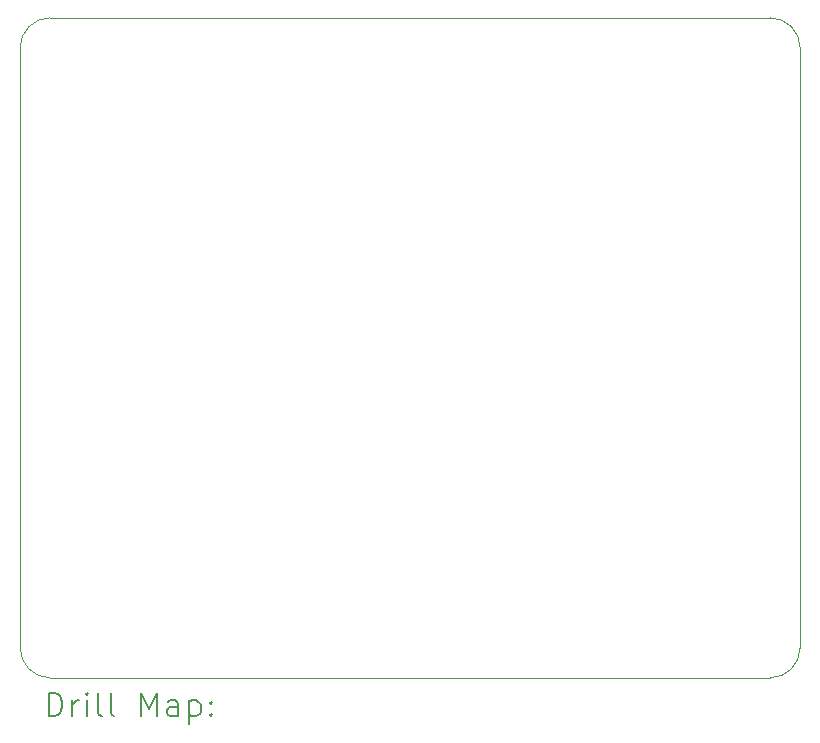
<source format=gbr>
%FSLAX45Y45*%
G04 Gerber Fmt 4.5, Leading zero omitted, Abs format (unit mm)*
G04 Created by KiCad (PCBNEW (5.99.0-9618-g5ca7a2c457)) date 2021-03-10 22:29:11*
%MOMM*%
%LPD*%
G01*
G04 APERTURE LIST*
%TA.AperFunction,Profile*%
%ADD10C,0.100000*%
%TD*%
%ADD11C,0.200000*%
G04 APERTURE END LIST*
D10*
X24892000Y-10414000D02*
G75*
G02*
X24638000Y-10668000I-254000J0D01*
G01*
X18542000Y-10668000D02*
G75*
G02*
X18288000Y-10414000I0J254000D01*
G01*
X18288000Y-5334000D02*
G75*
G02*
X18542000Y-5080000I254000J0D01*
G01*
X24892000Y-5334000D02*
G75*
G03*
X24638000Y-5080000I-254000J0D01*
G01*
X18542000Y-10668000D02*
X24638000Y-10668000D01*
X24892000Y-10414000D02*
X24892000Y-5334000D01*
X24638000Y-5080000D02*
X18542000Y-5080000D01*
X18288000Y-5334000D02*
X18288000Y-10414000D01*
D11*
X18530619Y-10993476D02*
X18530619Y-10793476D01*
X18578238Y-10793476D01*
X18606810Y-10803000D01*
X18625857Y-10822048D01*
X18635381Y-10841095D01*
X18644905Y-10879190D01*
X18644905Y-10907762D01*
X18635381Y-10945857D01*
X18625857Y-10964905D01*
X18606810Y-10983952D01*
X18578238Y-10993476D01*
X18530619Y-10993476D01*
X18730619Y-10993476D02*
X18730619Y-10860143D01*
X18730619Y-10898238D02*
X18740143Y-10879190D01*
X18749667Y-10869667D01*
X18768714Y-10860143D01*
X18787762Y-10860143D01*
X18854429Y-10993476D02*
X18854429Y-10860143D01*
X18854429Y-10793476D02*
X18844905Y-10803000D01*
X18854429Y-10812524D01*
X18863952Y-10803000D01*
X18854429Y-10793476D01*
X18854429Y-10812524D01*
X18978238Y-10993476D02*
X18959190Y-10983952D01*
X18949667Y-10964905D01*
X18949667Y-10793476D01*
X19083000Y-10993476D02*
X19063952Y-10983952D01*
X19054429Y-10964905D01*
X19054429Y-10793476D01*
X19311571Y-10993476D02*
X19311571Y-10793476D01*
X19378238Y-10936333D01*
X19444905Y-10793476D01*
X19444905Y-10993476D01*
X19625857Y-10993476D02*
X19625857Y-10888714D01*
X19616333Y-10869667D01*
X19597286Y-10860143D01*
X19559190Y-10860143D01*
X19540143Y-10869667D01*
X19625857Y-10983952D02*
X19606810Y-10993476D01*
X19559190Y-10993476D01*
X19540143Y-10983952D01*
X19530619Y-10964905D01*
X19530619Y-10945857D01*
X19540143Y-10926810D01*
X19559190Y-10917286D01*
X19606810Y-10917286D01*
X19625857Y-10907762D01*
X19721095Y-10860143D02*
X19721095Y-11060143D01*
X19721095Y-10869667D02*
X19740143Y-10860143D01*
X19778238Y-10860143D01*
X19797286Y-10869667D01*
X19806810Y-10879190D01*
X19816333Y-10898238D01*
X19816333Y-10955381D01*
X19806810Y-10974429D01*
X19797286Y-10983952D01*
X19778238Y-10993476D01*
X19740143Y-10993476D01*
X19721095Y-10983952D01*
X19902048Y-10974429D02*
X19911571Y-10983952D01*
X19902048Y-10993476D01*
X19892524Y-10983952D01*
X19902048Y-10974429D01*
X19902048Y-10993476D01*
X19902048Y-10869667D02*
X19911571Y-10879190D01*
X19902048Y-10888714D01*
X19892524Y-10879190D01*
X19902048Y-10869667D01*
X19902048Y-10888714D01*
M02*

</source>
